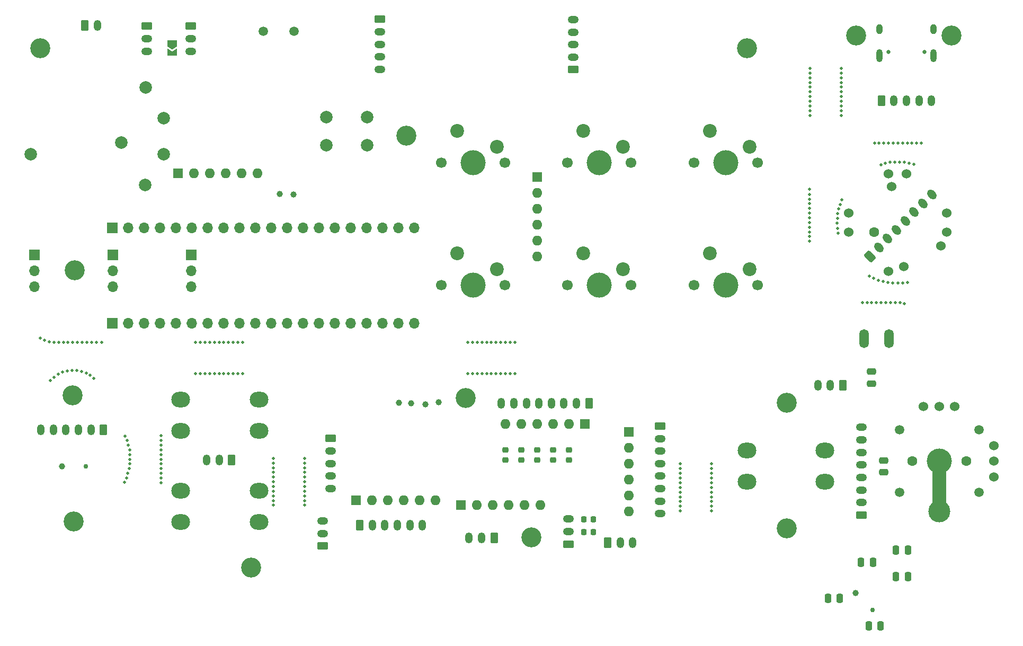
<source format=gbs>
%TF.GenerationSoftware,KiCad,Pcbnew,(6.0.9)*%
%TF.CreationDate,2022-11-10T21:34:59+01:00*%
%TF.ProjectId,libre-MIG-rounded,6c696272-652d-44d4-9947-2d726f756e64,v0.1*%
%TF.SameCoordinates,Original*%
%TF.FileFunction,Soldermask,Bot*%
%TF.FilePolarity,Negative*%
%FSLAX46Y46*%
G04 Gerber Fmt 4.6, Leading zero omitted, Abs format (unit mm)*
G04 Created by KiCad (PCBNEW (6.0.9)) date 2022-11-10 21:34:59*
%MOMM*%
%LPD*%
G01*
G04 APERTURE LIST*
G04 Aperture macros list*
%AMRoundRect*
0 Rectangle with rounded corners*
0 $1 Rounding radius*
0 $2 $3 $4 $5 $6 $7 $8 $9 X,Y pos of 4 corners*
0 Add a 4 corners polygon primitive as box body*
4,1,4,$2,$3,$4,$5,$6,$7,$8,$9,$2,$3,0*
0 Add four circle primitives for the rounded corners*
1,1,$1+$1,$2,$3*
1,1,$1+$1,$4,$5*
1,1,$1+$1,$6,$7*
1,1,$1+$1,$8,$9*
0 Add four rect primitives between the rounded corners*
20,1,$1+$1,$2,$3,$4,$5,0*
20,1,$1+$1,$4,$5,$6,$7,0*
20,1,$1+$1,$6,$7,$8,$9,0*
20,1,$1+$1,$8,$9,$2,$3,0*%
%AMHorizOval*
0 Thick line with rounded ends*
0 $1 width*
0 $2 $3 position (X,Y) of the first rounded end (center of the circle)*
0 $4 $5 position (X,Y) of the second rounded end (center of the circle)*
0 Add line between two ends*
20,1,$1,$2,$3,$4,$5,0*
0 Add two circle primitives to create the rounded ends*
1,1,$1,$2,$3*
1,1,$1,$4,$5*%
%AMFreePoly0*
4,1,6,1.000000,0.000000,0.500000,-0.750000,-0.500000,-0.750000,-0.500000,0.750000,0.500000,0.750000,1.000000,0.000000,1.000000,0.000000,$1*%
%AMFreePoly1*
4,1,6,0.500000,-0.750000,-0.650000,-0.750000,-0.150000,0.000000,-0.650000,0.750000,0.500000,0.750000,0.500000,-0.750000,0.500000,-0.750000,$1*%
G04 Aperture macros list end*
%ADD10C,3.200000*%
%ADD11C,0.500000*%
%ADD12O,3.000000X2.500000*%
%ADD13RoundRect,0.250000X0.625000X-0.350000X0.625000X0.350000X-0.625000X0.350000X-0.625000X-0.350000X0*%
%ADD14O,1.750000X1.200000*%
%ADD15C,0.650000*%
%ADD16O,1.000000X1.600000*%
%ADD17O,1.000000X2.100000*%
%ADD18RoundRect,0.250000X-0.625000X0.350000X-0.625000X-0.350000X0.625000X-0.350000X0.625000X0.350000X0*%
%ADD19O,1.500000X3.000000*%
%ADD20R,1.600000X1.600000*%
%ADD21O,1.600000X1.600000*%
%ADD22C,2.000000*%
%ADD23R,1.700000X1.700000*%
%ADD24O,1.700000X1.700000*%
%ADD25RoundRect,0.250000X-0.350000X-0.625000X0.350000X-0.625000X0.350000X0.625000X-0.350000X0.625000X0*%
%ADD26O,1.200000X1.750000*%
%ADD27C,1.500000*%
%ADD28C,1.000000*%
%ADD29C,0.750000*%
%ADD30C,1.600000*%
%ADD31C,4.000000*%
%ADD32C,3.500000*%
%ADD33R,2.200000X8.000000*%
%ADD34C,1.524000*%
%ADD35RoundRect,0.250000X0.350000X0.625000X-0.350000X0.625000X-0.350000X-0.625000X0.350000X-0.625000X0*%
%ADD36C,1.700000*%
%ADD37C,2.200000*%
%ADD38RoundRect,0.250000X0.194454X-0.689429X0.689429X-0.194454X-0.194454X0.689429X-0.689429X0.194454X0*%
%ADD39HorizOval,1.200000X-0.194454X0.194454X0.194454X-0.194454X0*%
%ADD40RoundRect,0.225000X-0.250000X0.225000X-0.250000X-0.225000X0.250000X-0.225000X0.250000X0.225000X0*%
%ADD41RoundRect,0.250000X0.250000X0.475000X-0.250000X0.475000X-0.250000X-0.475000X0.250000X-0.475000X0*%
%ADD42RoundRect,0.250000X-0.475000X0.250000X-0.475000X-0.250000X0.475000X-0.250000X0.475000X0.250000X0*%
%ADD43FreePoly0,270.000000*%
%ADD44FreePoly1,270.000000*%
%ADD45RoundRect,0.250000X-0.250000X-0.475000X0.250000X-0.475000X0.250000X0.475000X-0.250000X0.475000X0*%
%ADD46RoundRect,0.225000X-0.225000X-0.250000X0.225000X-0.250000X0.225000X0.250000X-0.225000X0.250000X0*%
G04 APERTURE END LIST*
D10*
%TO.C,REF\u002A\u002A*%
X182500000Y-125000000D03*
%TD*%
D11*
%TO.C,*%
X143300000Y-178950000D03*
%TD*%
%TO.C,*%
X138200000Y-178200000D03*
%TD*%
%TO.C,*%
X143300000Y-175950000D03*
%TD*%
D12*
%TO.C,SW2*%
X146450001Y-172185787D03*
X158950001Y-172185787D03*
X146450001Y-167185787D03*
X158950001Y-167185787D03*
%TD*%
D11*
%TO.C,*%
X246975000Y-135125000D03*
%TD*%
%TO.C,*%
X262850000Y-129375000D03*
%TD*%
%TO.C,*%
X251625000Y-136700000D03*
%TD*%
D10*
%TO.C,REF\u002A\u002A*%
X192043000Y-166900000D03*
%TD*%
D13*
%TO.C,J10*%
X208450000Y-190249000D03*
D14*
X208450000Y-188249000D03*
X208450000Y-186249000D03*
%TD*%
D10*
%TO.C,REF\u002A\u002A*%
X129500000Y-146500000D03*
%TD*%
%TO.C,REF\u002A\u002A*%
X269678000Y-108966000D03*
%TD*%
D11*
%TO.C,*%
X256500000Y-147425000D03*
%TD*%
%TO.C,*%
X125600000Y-164100000D03*
%TD*%
%TO.C,*%
X246975000Y-135875000D03*
%TD*%
%TO.C,*%
X131350000Y-162900000D03*
%TD*%
%TO.C,*%
X246975000Y-138875000D03*
%TD*%
%TO.C,*%
X259900000Y-151675000D03*
%TD*%
%TO.C,*%
X246975000Y-139625000D03*
%TD*%
%TO.C,*%
X130700000Y-158000000D03*
%TD*%
%TO.C,*%
X261825000Y-126225000D03*
%TD*%
D15*
%TO.C,P1*%
X265333000Y-111650000D03*
X259553000Y-111650000D03*
D16*
X258123000Y-108000000D03*
D17*
X266763000Y-112180000D03*
X258123000Y-112180000D03*
D16*
X266763000Y-108000000D03*
%TD*%
D11*
%TO.C,*%
X251400000Y-138225000D03*
%TD*%
D18*
%TO.C,J3*%
X141050000Y-107500000D03*
D14*
X141050000Y-109500000D03*
X141050000Y-111500000D03*
%TD*%
D11*
%TO.C,*%
X258825000Y-126225000D03*
%TD*%
%TO.C,*%
X251425000Y-139775000D03*
%TD*%
%TO.C,*%
X132000000Y-163300000D03*
%TD*%
%TO.C,*%
X132600000Y-163800000D03*
%TD*%
D10*
%TO.C,REF\u002A\u002A*%
X243303300Y-167700000D03*
%TD*%
D11*
%TO.C,*%
X143300000Y-173700000D03*
%TD*%
%TO.C,*%
X262150000Y-151800000D03*
%TD*%
%TO.C,*%
X246975000Y-141875000D03*
%TD*%
%TO.C,*%
X129200000Y-158000000D03*
%TD*%
%TO.C,*%
X143300000Y-178200000D03*
%TD*%
%TO.C,*%
X258350000Y-129625000D03*
%TD*%
%TO.C,*%
X259825000Y-129275000D03*
%TD*%
%TO.C,*%
X251375000Y-139000000D03*
%TD*%
%TO.C,*%
X133800000Y-158000000D03*
%TD*%
D10*
%TO.C,REF\u002A\u002A*%
X129212779Y-166500000D03*
%TD*%
D11*
%TO.C,*%
X264075000Y-126225000D03*
%TD*%
D19*
%TO.C,SW16*%
X255634000Y-157415870D03*
X259634000Y-157415870D03*
%TD*%
D11*
%TO.C,*%
X260325000Y-126225000D03*
%TD*%
%TO.C,*%
X262575000Y-126225000D03*
%TD*%
%TO.C,*%
X260275000Y-148550000D03*
%TD*%
%TO.C,*%
X138000000Y-178950000D03*
%TD*%
%TO.C,*%
X264825000Y-126225000D03*
%TD*%
D20*
%TO.C,RN6*%
X191268000Y-183977000D03*
D21*
X193808000Y-183977000D03*
X196348000Y-183977000D03*
X198888000Y-183977000D03*
X201428000Y-183977000D03*
X203968000Y-183977000D03*
%TD*%
D11*
%TO.C,*%
X143300000Y-176700000D03*
%TD*%
%TO.C,*%
X143300000Y-175200000D03*
%TD*%
%TO.C,*%
X127700000Y-158000000D03*
%TD*%
D10*
%TO.C,REF\u002A\u002A*%
X157743001Y-194036787D03*
%TD*%
D20*
%TO.C,RN3*%
X211080000Y-171023000D03*
D21*
X208540000Y-171023000D03*
X206000000Y-171023000D03*
X203460000Y-171023000D03*
X200920000Y-171023000D03*
X198380000Y-171023000D03*
%TD*%
D11*
%TO.C,*%
X143300000Y-180450000D03*
%TD*%
%TO.C,*%
X259575000Y-126225000D03*
%TD*%
%TO.C,mouse-bite-5mm-slot*%
X247000000Y-118000000D03*
X247000000Y-119500000D03*
X252000000Y-115000000D03*
X252000000Y-117250000D03*
X252000000Y-114250000D03*
X247000000Y-121000000D03*
X247000000Y-117250000D03*
X247000000Y-114250000D03*
X252000000Y-121750000D03*
X247000000Y-115000000D03*
X247000000Y-116500000D03*
X252000000Y-115750000D03*
X247000000Y-121000000D03*
X247000000Y-120250000D03*
X247000000Y-118750000D03*
X247000000Y-115750000D03*
X252000000Y-120250000D03*
X252000000Y-121000000D03*
X252000000Y-121000000D03*
X252000000Y-118750000D03*
X252000000Y-118000000D03*
X247000000Y-121750000D03*
X252000000Y-116500000D03*
X252000000Y-119500000D03*
%TD*%
%TO.C,*%
X252075000Y-135250000D03*
%TD*%
%TO.C,*%
X258400000Y-151675000D03*
%TD*%
D20*
%TO.C,RN1*%
X203454000Y-131584000D03*
D21*
X203454000Y-134124000D03*
X203454000Y-136664000D03*
X203454000Y-139204000D03*
X203454000Y-141744000D03*
X203454000Y-144284000D03*
%TD*%
D11*
%TO.C,*%
X261400000Y-151675000D03*
%TD*%
%TO.C,*%
X263325000Y-126225000D03*
%TD*%
%TO.C,*%
X138300000Y-175200000D03*
%TD*%
%TO.C,*%
X246975000Y-136625000D03*
%TD*%
%TO.C,*%
X137600000Y-173000000D03*
%TD*%
%TO.C,*%
X129100000Y-162500000D03*
%TD*%
%TO.C,*%
X246975000Y-138125000D03*
%TD*%
%TO.C,*%
X257650000Y-151675000D03*
%TD*%
%TO.C,*%
X126200000Y-163600000D03*
%TD*%
%TO.C,*%
X261325000Y-129200000D03*
%TD*%
%TO.C,mouse-bite-5mm-slot*%
X195350000Y-158000000D03*
X194600000Y-163000000D03*
X199850000Y-163000000D03*
X198350000Y-158000000D03*
X193100000Y-163000000D03*
X193850000Y-158000000D03*
X193850000Y-163000000D03*
X193100000Y-158000000D03*
X197600000Y-163000000D03*
X192350000Y-158000000D03*
X194600000Y-158000000D03*
X199100000Y-158000000D03*
X197600000Y-158000000D03*
X192350000Y-163000000D03*
X199850000Y-158000000D03*
X199100000Y-163000000D03*
X196850000Y-163000000D03*
X193100000Y-163000000D03*
X193100000Y-158000000D03*
X198350000Y-163000000D03*
X196850000Y-158000000D03*
X196100000Y-158000000D03*
X195350000Y-163000000D03*
X196100000Y-163000000D03*
%TD*%
D12*
%TO.C,SW1*%
X236934000Y-180255870D03*
X249434000Y-180255870D03*
X249434000Y-175255870D03*
X236934000Y-175255870D03*
%TD*%
D11*
%TO.C,*%
X137800000Y-179700000D03*
%TD*%
%TO.C,*%
X262075000Y-129250000D03*
%TD*%
%TO.C,*%
X125450000Y-157900000D03*
%TD*%
%TO.C,*%
X246975000Y-140375000D03*
%TD*%
%TO.C,*%
X261825000Y-148550000D03*
%TD*%
D18*
%TO.C,J12*%
X223060000Y-171389000D03*
D14*
X223060000Y-173389000D03*
X223060000Y-175389000D03*
X223060000Y-177389000D03*
X223060000Y-179389000D03*
X223060000Y-181389000D03*
X223060000Y-183389000D03*
X223060000Y-185389000D03*
%TD*%
D20*
%TO.C,RN2*%
X146050000Y-131000000D03*
D21*
X148590000Y-131000000D03*
X151130000Y-131000000D03*
X153670000Y-131000000D03*
X156210000Y-131000000D03*
X158750000Y-131000000D03*
%TD*%
D22*
%TO.C,SW4*%
X176250000Y-126550000D03*
X169750000Y-126550000D03*
X169750000Y-122050000D03*
X176250000Y-122050000D03*
%TD*%
D11*
%TO.C,*%
X258725000Y-148275000D03*
%TD*%
%TO.C,*%
X263600000Y-129550000D03*
%TD*%
%TO.C,mouse-bite-5mm-slot*%
X151850000Y-163000000D03*
X148850000Y-163000000D03*
X150350000Y-163000000D03*
X149600000Y-163000000D03*
X149600000Y-158000000D03*
X149600000Y-158000000D03*
X153350000Y-158000000D03*
X152600000Y-163000000D03*
X154850000Y-163000000D03*
X154100000Y-158000000D03*
X150350000Y-158000000D03*
X148850000Y-158000000D03*
X154850000Y-158000000D03*
X151100000Y-158000000D03*
X153350000Y-163000000D03*
X155600000Y-158000000D03*
X151850000Y-158000000D03*
X149600000Y-163000000D03*
X152600000Y-158000000D03*
X154100000Y-163000000D03*
X151100000Y-163000000D03*
X156350000Y-163000000D03*
X155600000Y-163000000D03*
X156350000Y-158000000D03*
%TD*%
%TO.C,*%
X257950000Y-148075000D03*
%TD*%
%TO.C,*%
X246975000Y-141125000D03*
%TD*%
D10*
%TO.C,REF\u002A\u002A*%
X237000000Y-111000000D03*
%TD*%
D11*
%TO.C,mouse-bite-5mm-slot*%
X231300000Y-184200000D03*
X231300000Y-178200000D03*
X231300000Y-178950000D03*
X226300000Y-178200000D03*
X231300000Y-184200000D03*
X231300000Y-177450000D03*
X226300000Y-179700000D03*
X231300000Y-181200000D03*
X226300000Y-184200000D03*
X226300000Y-184200000D03*
X226300000Y-177450000D03*
X226300000Y-183450000D03*
X231300000Y-179700000D03*
X231300000Y-183450000D03*
X231300000Y-182700000D03*
X226300000Y-180450000D03*
X226300000Y-181200000D03*
X226300000Y-182700000D03*
X226300000Y-184950000D03*
X226300000Y-181950000D03*
X231300000Y-180450000D03*
X231300000Y-184950000D03*
X231300000Y-181950000D03*
X226300000Y-178950000D03*
%TD*%
%TO.C,*%
X256150000Y-151675000D03*
%TD*%
%TO.C,*%
X138300000Y-175950000D03*
%TD*%
%TO.C,*%
X258075000Y-126225000D03*
%TD*%
%TO.C,*%
X260575000Y-129200000D03*
%TD*%
D10*
%TO.C,REF\u002A\u002A*%
X202513000Y-189150000D03*
%TD*%
D23*
%TO.C,J6*%
X135500000Y-139760000D03*
D24*
X138040000Y-139760000D03*
X140580000Y-139760000D03*
X143120000Y-139760000D03*
X145660000Y-139760000D03*
X148200000Y-139760000D03*
X150740000Y-139760000D03*
X153280000Y-139760000D03*
X155820000Y-139760000D03*
X158360000Y-139760000D03*
X160900000Y-139760000D03*
X163440000Y-139760000D03*
X165980000Y-139760000D03*
X168520000Y-139760000D03*
X171060000Y-139760000D03*
X173600000Y-139760000D03*
X176140000Y-139760000D03*
X178680000Y-139760000D03*
X181220000Y-139760000D03*
X183760000Y-139760000D03*
%TD*%
D25*
%TO.C,J9*%
X214700000Y-190049000D03*
D26*
X216700000Y-190049000D03*
X218700000Y-190049000D03*
%TD*%
D11*
%TO.C,*%
X126900000Y-163100000D03*
%TD*%
%TO.C,*%
X128450000Y-158000000D03*
%TD*%
D10*
%TO.C,REF\u002A\u002A*%
X254428000Y-108966000D03*
%TD*%
D18*
%TO.C,J13*%
X170399000Y-173373000D03*
D14*
X170399000Y-175373000D03*
X170399000Y-177373000D03*
X170399000Y-179373000D03*
X170399000Y-181373000D03*
%TD*%
D11*
%TO.C,*%
X262575000Y-148450000D03*
%TD*%
D27*
%TO.C,Y1*%
X159663000Y-108300000D03*
X164543000Y-108300000D03*
%TD*%
D11*
%TO.C,*%
X261050000Y-148575000D03*
%TD*%
%TO.C,*%
X259075000Y-129425000D03*
%TD*%
%TO.C,*%
X126200000Y-158000000D03*
%TD*%
%TO.C,*%
X131450000Y-158000000D03*
%TD*%
%TO.C,*%
X138300000Y-177450000D03*
%TD*%
D23*
%TO.C,J7*%
X135500000Y-155000000D03*
D24*
X138040000Y-155000000D03*
X140580000Y-155000000D03*
X143120000Y-155000000D03*
X145660000Y-155000000D03*
X148200000Y-155000000D03*
X150740000Y-155000000D03*
X153280000Y-155000000D03*
X155820000Y-155000000D03*
X158360000Y-155000000D03*
X160900000Y-155000000D03*
X163440000Y-155000000D03*
X165980000Y-155000000D03*
X168520000Y-155000000D03*
X171060000Y-155000000D03*
X173600000Y-155000000D03*
X176140000Y-155000000D03*
X178680000Y-155000000D03*
X181220000Y-155000000D03*
X183760000Y-155000000D03*
%TD*%
D13*
%TO.C,J14*%
X169128000Y-190549000D03*
D14*
X169128000Y-188549000D03*
X169128000Y-186549000D03*
%TD*%
D11*
%TO.C,*%
X246975000Y-133575000D03*
%TD*%
%TO.C,*%
X251525000Y-140550000D03*
%TD*%
%TO.C,*%
X260650000Y-151675000D03*
%TD*%
%TO.C,*%
X259500000Y-148450000D03*
%TD*%
%TO.C,*%
X127600000Y-162800000D03*
%TD*%
%TO.C,*%
X128350000Y-162600000D03*
%TD*%
%TO.C,*%
X130600000Y-162700000D03*
%TD*%
%TO.C,*%
X124000000Y-157300000D03*
%TD*%
%TO.C,*%
X261075000Y-126225000D03*
%TD*%
%TO.C,mouse-bite-5mm-slot*%
X161300000Y-181050000D03*
X161300000Y-176550000D03*
X166300000Y-182550000D03*
X166300000Y-181050000D03*
X166300000Y-183300000D03*
X166300000Y-178800000D03*
X166300000Y-178050000D03*
X166300000Y-176550000D03*
X166300000Y-181800000D03*
X161300000Y-180300000D03*
X161300000Y-182550000D03*
X161300000Y-178800000D03*
X161300000Y-177300000D03*
X161300000Y-183300000D03*
X161300000Y-178050000D03*
X166300000Y-183300000D03*
X161300000Y-183300000D03*
X166300000Y-180300000D03*
X166300000Y-184050000D03*
X161300000Y-181800000D03*
X161300000Y-184050000D03*
X166300000Y-179550000D03*
X166300000Y-177300000D03*
X161300000Y-179550000D03*
%TD*%
D28*
%TO.C,SW18*%
X127505696Y-177848368D03*
D29*
X131305696Y-177848368D03*
%TD*%
D10*
%TO.C,REF\u002A\u002A*%
X243308300Y-187700000D03*
%TD*%
D11*
%TO.C,*%
X138100000Y-174450000D03*
%TD*%
%TO.C,*%
X255400000Y-151675000D03*
%TD*%
%TO.C,*%
X137500000Y-180400000D03*
%TD*%
%TO.C,*%
X132950000Y-158000000D03*
%TD*%
%TO.C,*%
X138300000Y-176700000D03*
%TD*%
D13*
%TO.C,J4*%
X209157000Y-114449000D03*
D14*
X209157000Y-112449000D03*
X209157000Y-110449000D03*
X209157000Y-108449000D03*
X209157000Y-106449000D03*
%TD*%
D11*
%TO.C,*%
X257325000Y-126225000D03*
%TD*%
%TO.C,*%
X129850000Y-162500000D03*
%TD*%
%TO.C,*%
X143300000Y-177450000D03*
%TD*%
D10*
%TO.C,REF\u002A\u002A*%
X124000000Y-111000000D03*
%TD*%
D11*
%TO.C,*%
X246975000Y-134375000D03*
%TD*%
D29*
%TO.C,SW17*%
X257027503Y-200759373D03*
D28*
X254340497Y-198072367D03*
%TD*%
D11*
%TO.C,*%
X251825000Y-135975000D03*
%TD*%
%TO.C,*%
X143300000Y-179700000D03*
%TD*%
D10*
%TO.C,REF\u002A\u002A*%
X129312779Y-186600000D03*
%TD*%
D11*
%TO.C,*%
X143300000Y-172950000D03*
%TD*%
D25*
%TO.C,J15*%
X175092000Y-187237000D03*
D26*
X177092000Y-187237000D03*
X179092000Y-187237000D03*
X181092000Y-187237000D03*
X183092000Y-187237000D03*
X185092000Y-187237000D03*
%TD*%
D12*
%TO.C,SW3*%
X146450001Y-186700001D03*
X158950001Y-186700001D03*
X146450001Y-181700001D03*
X158950001Y-181700001D03*
%TD*%
D11*
%TO.C,*%
X259150000Y-151675000D03*
%TD*%
%TO.C,*%
X126950000Y-158000000D03*
%TD*%
%TO.C,*%
X143300000Y-174450000D03*
%TD*%
D20*
%TO.C,RN4*%
X218043000Y-172293000D03*
D21*
X218043000Y-174833000D03*
X218043000Y-177373000D03*
X218043000Y-179913000D03*
X218043000Y-182453000D03*
X218043000Y-184993000D03*
%TD*%
D30*
%TO.C,VR1*%
X263384000Y-177015870D03*
D31*
X267684000Y-177015870D03*
D32*
X267684000Y-185015870D03*
D27*
X261359000Y-172015870D03*
X274009000Y-182015870D03*
X261359000Y-182015870D03*
D33*
X267684000Y-181015870D03*
D27*
X274009000Y-172015870D03*
D30*
X271984000Y-177015870D03*
D34*
X265184000Y-168285870D03*
X267684000Y-168285870D03*
X270184000Y-168285870D03*
X276414000Y-174515870D03*
X276414000Y-177015870D03*
X276414000Y-179515870D03*
%TD*%
D11*
%TO.C,*%
X132200000Y-158000000D03*
%TD*%
%TO.C,*%
X251475000Y-137450000D03*
%TD*%
%TO.C,*%
X256900000Y-151675000D03*
%TD*%
D20*
%TO.C,RN5*%
X174504000Y-183215000D03*
D21*
X177044000Y-183215000D03*
X179584000Y-183215000D03*
X182124000Y-183215000D03*
X184664000Y-183215000D03*
X187204000Y-183215000D03*
%TD*%
D25*
%TO.C,J16*%
X131157000Y-107349000D03*
D26*
X133157000Y-107349000D03*
%TD*%
D35*
%TO.C,J8*%
X196543000Y-189250000D03*
D26*
X194543000Y-189250000D03*
X192543000Y-189250000D03*
%TD*%
D11*
%TO.C,*%
X257200000Y-147775000D03*
%TD*%
D30*
%TO.C,SW15*%
X257250205Y-140374205D03*
D34*
X259550205Y-146674205D03*
X268850205Y-140374205D03*
X262450205Y-131074205D03*
X253250205Y-137374205D03*
X262050205Y-145874205D03*
X260050205Y-133094205D03*
X253250205Y-140374205D03*
X268850205Y-137374205D03*
X259550205Y-131074205D03*
X267910205Y-142624205D03*
%TD*%
D11*
%TO.C,*%
X246975000Y-137375000D03*
%TD*%
D18*
%TO.C,J2*%
X148050000Y-107500000D03*
D14*
X148050000Y-109500000D03*
X148050000Y-111500000D03*
%TD*%
D11*
%TO.C,*%
X137900000Y-173700000D03*
%TD*%
%TO.C,*%
X129950000Y-158000000D03*
%TD*%
D25*
%TO.C,J5*%
X258443000Y-119400000D03*
D26*
X260443000Y-119400000D03*
X262443000Y-119400000D03*
X264443000Y-119400000D03*
X266443000Y-119400000D03*
%TD*%
D11*
%TO.C,*%
X124700000Y-157700000D03*
%TD*%
D18*
%TO.C,J1*%
X178300000Y-106400000D03*
D14*
X178300000Y-108400000D03*
X178300000Y-110400000D03*
X178300000Y-112400000D03*
X178300000Y-114400000D03*
%TD*%
D36*
%TO.C,SW12*%
X218440000Y-148856000D03*
D31*
X213360000Y-148856000D03*
D36*
X208280000Y-148856000D03*
D37*
X210820000Y-143776000D03*
X217170000Y-146316000D03*
%TD*%
D36*
%TO.C,SW8*%
X188080000Y-129298000D03*
D31*
X193160000Y-129298000D03*
D36*
X198240000Y-129298000D03*
D37*
X190620000Y-124218000D03*
X196970000Y-126758000D03*
%TD*%
D38*
%TO.C,J21*%
X256589367Y-144288861D03*
D39*
X258003581Y-142874647D03*
X259417794Y-141460434D03*
X260832008Y-140046220D03*
X262246221Y-138632007D03*
X263660435Y-137217793D03*
X265074648Y-135803580D03*
X266488862Y-134389366D03*
%TD*%
D28*
%TO.C,TP7*%
X187700000Y-167549000D03*
%TD*%
D35*
%TO.C,J11*%
X211700000Y-167749000D03*
D26*
X209700000Y-167749000D03*
X207700000Y-167749000D03*
X205700000Y-167749000D03*
X203700000Y-167749000D03*
X201700000Y-167749000D03*
X199700000Y-167749000D03*
X197700000Y-167749000D03*
%TD*%
D36*
%TO.C,SW9*%
X208280000Y-129298000D03*
D31*
X213360000Y-129298000D03*
D36*
X218440000Y-129298000D03*
D37*
X210820000Y-124218000D03*
X217170000Y-126758000D03*
%TD*%
D13*
%TO.C,J19*%
X255265000Y-185600870D03*
D14*
X255265000Y-183600870D03*
X255265000Y-181600870D03*
X255265000Y-179600870D03*
X255265000Y-177600870D03*
X255265000Y-175600870D03*
X255265000Y-173600870D03*
X255265000Y-171600870D03*
%TD*%
D22*
%TO.C,SW14*%
X122475000Y-127936000D03*
X136964000Y-126121000D03*
X140800000Y-132886000D03*
X143725000Y-127936000D03*
X143725000Y-122236000D03*
X140870000Y-117306000D03*
%TD*%
D40*
%TO.C,C25*%
X203443000Y-175225000D03*
X203443000Y-176775000D03*
%TD*%
D28*
%TO.C,TP1*%
X164500000Y-134400000D03*
%TD*%
D41*
%TO.C,C32*%
X251793000Y-198951000D03*
X249893000Y-198951000D03*
%TD*%
D35*
%TO.C,J17*%
X134105696Y-171948368D03*
D26*
X132105696Y-171948368D03*
X130105696Y-171948368D03*
X128105696Y-171948368D03*
X126105696Y-171948368D03*
X124105696Y-171948368D03*
%TD*%
D42*
%TO.C,C30*%
X256843000Y-162701000D03*
X256843000Y-164601000D03*
%TD*%
D43*
%TO.C,JP2*%
X145100000Y-110275000D03*
D44*
X145100000Y-111725000D03*
%TD*%
D28*
%TO.C,TP8*%
X185549000Y-167912000D03*
%TD*%
D36*
%TO.C,SW13*%
X238640000Y-148856000D03*
D31*
X233560000Y-148856000D03*
D36*
X228480000Y-148856000D03*
D37*
X231020000Y-143776000D03*
X237370000Y-146316000D03*
%TD*%
D45*
%TO.C,C31*%
X256393000Y-203351000D03*
X258293000Y-203351000D03*
%TD*%
D41*
%TO.C,C28*%
X257093000Y-193151000D03*
X255193000Y-193151000D03*
%TD*%
D28*
%TO.C,TP2*%
X162300000Y-134300000D03*
%TD*%
D23*
%TO.C,SW5*%
X123100000Y-144075000D03*
D24*
X123100000Y-146615000D03*
X123100000Y-149155000D03*
%TD*%
D42*
%TO.C,C29*%
X258843000Y-176901000D03*
X258843000Y-178801000D03*
%TD*%
D40*
%TO.C,C33*%
X205993000Y-175225000D03*
X205993000Y-176775000D03*
%TD*%
%TO.C,C36*%
X208543000Y-175225000D03*
X208543000Y-176775000D03*
%TD*%
D46*
%TO.C,C42*%
X210868000Y-188300000D03*
X212418000Y-188300000D03*
%TD*%
D40*
%TO.C,C35*%
X198343000Y-175225000D03*
X198343000Y-176775000D03*
%TD*%
D45*
%TO.C,C27*%
X260793000Y-191251000D03*
X262693000Y-191251000D03*
%TD*%
D23*
%TO.C,SW7*%
X148181000Y-144075000D03*
D24*
X148181000Y-146615000D03*
X148181000Y-149155000D03*
%TD*%
D35*
%TO.C,J20*%
X252275000Y-164842870D03*
D26*
X250275000Y-164842870D03*
X248275000Y-164842870D03*
%TD*%
D36*
%TO.C,SW10*%
X238640000Y-129298000D03*
X228480000Y-129298000D03*
D31*
X233560000Y-129298000D03*
D37*
X231020000Y-124218000D03*
X237370000Y-126758000D03*
%TD*%
D45*
%TO.C,C26*%
X260793000Y-195451000D03*
X262693000Y-195451000D03*
%TD*%
D36*
%TO.C,SW11*%
X198240000Y-148856000D03*
D31*
X193160000Y-148856000D03*
D36*
X188080000Y-148856000D03*
D37*
X190620000Y-143776000D03*
X196970000Y-146316000D03*
%TD*%
D23*
%TO.C,SW6*%
X135640500Y-144075000D03*
D24*
X135640500Y-146615000D03*
X135640500Y-149155000D03*
%TD*%
D40*
%TO.C,C34*%
X200893000Y-175225000D03*
X200893000Y-176775000D03*
%TD*%
D46*
%TO.C,C43*%
X210868000Y-186300000D03*
X212418000Y-186300000D03*
%TD*%
D28*
%TO.C,TP9*%
X183300000Y-167749000D03*
%TD*%
%TO.C,TP10*%
X181300000Y-167712000D03*
%TD*%
D35*
%TO.C,J18*%
X154600001Y-176800001D03*
D26*
X152600001Y-176800001D03*
X150600001Y-176800001D03*
%TD*%
M02*

</source>
